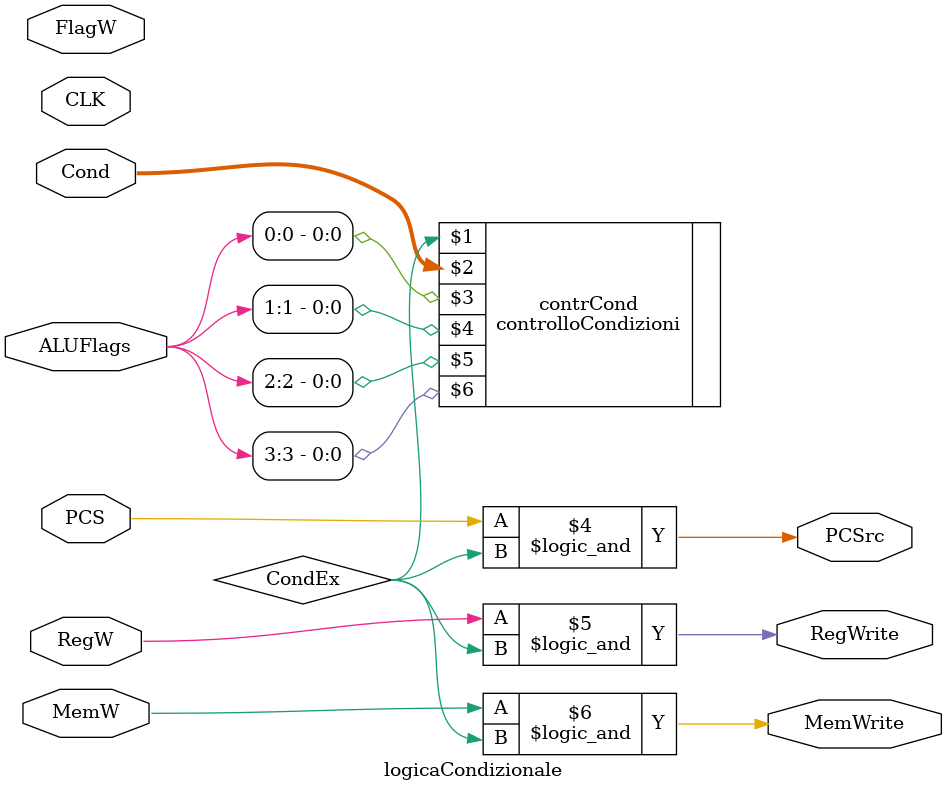
<source format=v>
module logicaCondizionale(output PCSrc, RegWrite, MemWrite,
			  input       PCS, RegW, MemW, 
			  input [1:0] FlagW,
			  input [3:0] Cond,
			  input [3:0] ALUFlags, 
			  input CLK);

   reg [3:0] FLAGS;
   wire      CondEx;
   
   controlloCondizioni contrCond(CondEx, Cond, 
				 ALUFlags[0], ALUFlags[1], ALUFlags[2], ALUFlags[3]);

   // scrittura nel flag (in basso a sn in Fig. 7.14)
   always @(posedge CLK)
     begin
	if(FlagW[1] && CondEx)
	  FLAGS[3:2] = ALUFlags[3:2];
	if(FlagW[0] && CondEx)
	  FLAGS[1:0] = ALUFlags[1:0];
     end

   assign
     PCSrc = PCS && CondEx;
   assign
     RegWrite = RegW && CondEx;
   assign
     MemWrite = MemW && CondEx;
   
endmodule // logicaCondizionale

		       

</source>
